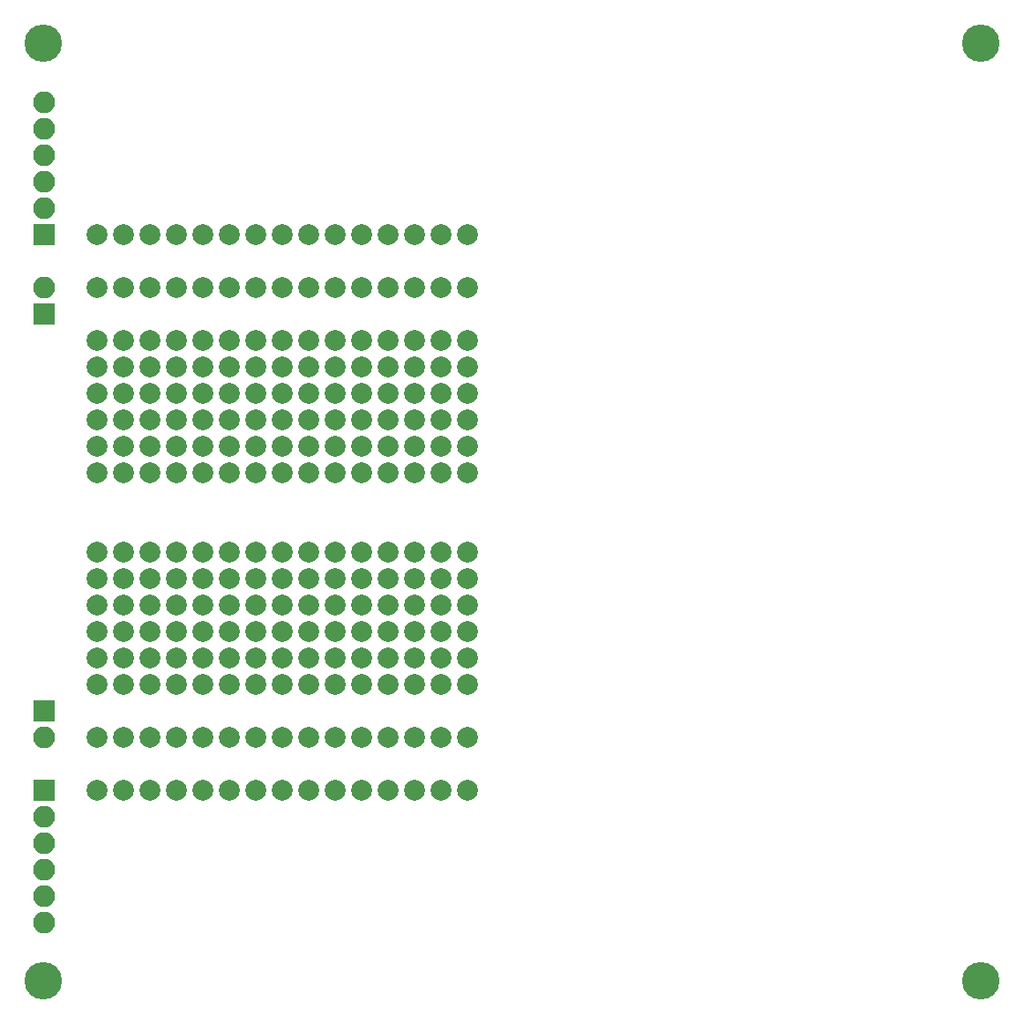
<source format=gbr>
G04 #@! TF.FileFunction,Soldermask,Bot*
%FSLAX45Y45*%
G04 Gerber Fmt 4.5, Leading zero omitted, Abs format (unit mm)*
G04 Created by KiCad (PCBNEW 4.0.2-stable) date 2017/02/23 16:32:30*
%MOMM*%
G01*
G04 APERTURE LIST*
%ADD10C,0.200000*%
%ADD11C,3.600000*%
%ADD12R,2.100000X2.100000*%
%ADD13O,2.100000X2.100000*%
%ADD14C,2.000000*%
G04 APERTURE END LIST*
D10*
D11*
X10500000Y-5500000D03*
X19500000Y-5500000D03*
X19500000Y-14500000D03*
X10500000Y-14500000D03*
D12*
X10508000Y-7333000D03*
D13*
X10508000Y-7079000D03*
X10508000Y-6825000D03*
X10508000Y-6571000D03*
X10508000Y-6317000D03*
X10508000Y-6063000D03*
D12*
X10508000Y-8095000D03*
D13*
X10508000Y-7841000D03*
D12*
X10508000Y-11905000D03*
D13*
X10508000Y-12159000D03*
D12*
X10508000Y-12667000D03*
D13*
X10508000Y-12921000D03*
X10508000Y-13175000D03*
X10508000Y-13429000D03*
X10508000Y-13683000D03*
X10508000Y-13937000D03*
D14*
X11016000Y-9619000D03*
X11016000Y-9365000D03*
X11016000Y-9111000D03*
X11016000Y-8857000D03*
X11016000Y-8603000D03*
X11016000Y-8349000D03*
X11016000Y-11651000D03*
X11016000Y-11397000D03*
X11016000Y-11143000D03*
X11016000Y-10889000D03*
X11016000Y-10635000D03*
X11016000Y-10381000D03*
X11016000Y-7333000D03*
X11016000Y-7841000D03*
X11016000Y-12667000D03*
X11016000Y-12159000D03*
X11270000Y-9619000D03*
X11270000Y-9365000D03*
X11270000Y-9111000D03*
X11270000Y-8857000D03*
X11270000Y-8603000D03*
X11270000Y-8349000D03*
X11270000Y-11651000D03*
X11270000Y-11397000D03*
X11270000Y-11143000D03*
X11270000Y-10889000D03*
X11270000Y-10635000D03*
X11270000Y-10381000D03*
X11270000Y-7333000D03*
X11270000Y-7841000D03*
X11270000Y-12667000D03*
X11270000Y-12159000D03*
X11524000Y-9619000D03*
X11524000Y-9365000D03*
X11524000Y-9111000D03*
X11524000Y-8857000D03*
X11524000Y-8603000D03*
X11524000Y-8349000D03*
X11524000Y-11651000D03*
X11524000Y-11397000D03*
X11524000Y-11143000D03*
X11524000Y-10889000D03*
X11524000Y-10635000D03*
X11524000Y-10381000D03*
X11524000Y-7333000D03*
X11524000Y-7841000D03*
X11524000Y-12667000D03*
X11524000Y-12159000D03*
X11778000Y-9619000D03*
X11778000Y-9365000D03*
X11778000Y-9111000D03*
X11778000Y-8857000D03*
X11778000Y-8603000D03*
X11778000Y-8349000D03*
X11778000Y-11651000D03*
X11778000Y-11397000D03*
X11778000Y-11143000D03*
X11778000Y-10889000D03*
X11778000Y-10635000D03*
X11778000Y-10381000D03*
X11778000Y-7333000D03*
X11778000Y-7841000D03*
X11778000Y-12667000D03*
X11778000Y-12159000D03*
X12032000Y-9619000D03*
X12032000Y-9365000D03*
X12032000Y-9111000D03*
X12032000Y-8857000D03*
X12032000Y-8603000D03*
X12032000Y-8349000D03*
X12032000Y-11651000D03*
X12032000Y-11397000D03*
X12032000Y-11143000D03*
X12032000Y-10889000D03*
X12032000Y-10635000D03*
X12032000Y-10381000D03*
X12032000Y-7333000D03*
X12032000Y-7841000D03*
X12032000Y-12667000D03*
X12032000Y-12159000D03*
X12286000Y-9619000D03*
X12286000Y-9365000D03*
X12286000Y-9111000D03*
X12286000Y-8857000D03*
X12286000Y-8603000D03*
X12286000Y-8349000D03*
X12286000Y-11651000D03*
X12286000Y-11397000D03*
X12286000Y-11143000D03*
X12286000Y-10889000D03*
X12286000Y-10635000D03*
X12286000Y-10381000D03*
X12286000Y-7333000D03*
X12286000Y-7841000D03*
X12286000Y-12667000D03*
X12286000Y-12159000D03*
X12540000Y-9619000D03*
X12540000Y-9365000D03*
X12540000Y-9111000D03*
X12540000Y-8857000D03*
X12540000Y-8603000D03*
X12540000Y-8349000D03*
X12540000Y-11651000D03*
X12540000Y-11397000D03*
X12540000Y-11143000D03*
X12540000Y-10889000D03*
X12540000Y-10635000D03*
X12540000Y-10381000D03*
X12540000Y-7333000D03*
X12540000Y-7841000D03*
X12540000Y-12667000D03*
X12540000Y-12159000D03*
X12794000Y-9619000D03*
X12794000Y-9365000D03*
X12794000Y-9111000D03*
X12794000Y-8857000D03*
X12794000Y-8603000D03*
X12794000Y-8349000D03*
X12794000Y-11651000D03*
X12794000Y-11397000D03*
X12794000Y-11143000D03*
X12794000Y-10889000D03*
X12794000Y-10635000D03*
X12794000Y-10381000D03*
X12794000Y-7333000D03*
X12794000Y-7841000D03*
X12794000Y-12667000D03*
X12794000Y-12159000D03*
X13048000Y-9619000D03*
X13048000Y-9365000D03*
X13048000Y-9111000D03*
X13048000Y-8857000D03*
X13048000Y-8603000D03*
X13048000Y-8349000D03*
X13048000Y-11651000D03*
X13048000Y-11397000D03*
X13048000Y-11143000D03*
X13048000Y-10889000D03*
X13048000Y-10635000D03*
X13048000Y-10381000D03*
X13048000Y-7333000D03*
X13048000Y-7841000D03*
X13048000Y-12667000D03*
X13048000Y-12159000D03*
X13302000Y-9619000D03*
X13302000Y-9365000D03*
X13302000Y-9111000D03*
X13302000Y-8857000D03*
X13302000Y-8603000D03*
X13302000Y-8349000D03*
X13302000Y-11651000D03*
X13302000Y-11397000D03*
X13302000Y-11143000D03*
X13302000Y-10889000D03*
X13302000Y-10635000D03*
X13302000Y-10381000D03*
X13302000Y-7333000D03*
X13302000Y-7841000D03*
X13302000Y-12667000D03*
X13302000Y-12159000D03*
X13556000Y-9619000D03*
X13556000Y-9365000D03*
X13556000Y-9111000D03*
X13556000Y-8857000D03*
X13556000Y-8603000D03*
X13556000Y-8349000D03*
X13556000Y-11651000D03*
X13556000Y-11397000D03*
X13556000Y-11143000D03*
X13556000Y-10889000D03*
X13556000Y-10635000D03*
X13556000Y-10381000D03*
X13556000Y-7333000D03*
X13556000Y-7841000D03*
X13556000Y-12667000D03*
X13556000Y-12159000D03*
X13810000Y-9619000D03*
X13810000Y-9365000D03*
X13810000Y-9111000D03*
X13810000Y-8857000D03*
X13810000Y-8603000D03*
X13810000Y-8349000D03*
X13810000Y-11651000D03*
X13810000Y-11397000D03*
X13810000Y-11143000D03*
X13810000Y-10889000D03*
X13810000Y-10635000D03*
X13810000Y-10381000D03*
X13810000Y-7333000D03*
X13810000Y-7841000D03*
X13810000Y-12667000D03*
X13810000Y-12159000D03*
X14064000Y-9619000D03*
X14064000Y-9365000D03*
X14064000Y-9111000D03*
X14064000Y-8857000D03*
X14064000Y-8603000D03*
X14064000Y-8349000D03*
X14064000Y-11651000D03*
X14064000Y-11397000D03*
X14064000Y-11143000D03*
X14064000Y-10889000D03*
X14064000Y-10635000D03*
X14064000Y-10381000D03*
X14064000Y-7333000D03*
X14064000Y-7841000D03*
X14064000Y-12667000D03*
X14064000Y-12159000D03*
X14318000Y-9619000D03*
X14318000Y-9365000D03*
X14318000Y-9111000D03*
X14318000Y-8857000D03*
X14318000Y-8603000D03*
X14318000Y-8349000D03*
X14318000Y-11651000D03*
X14318000Y-11397000D03*
X14318000Y-11143000D03*
X14318000Y-10889000D03*
X14318000Y-10635000D03*
X14318000Y-10381000D03*
X14318000Y-7333000D03*
X14318000Y-7841000D03*
X14318000Y-12667000D03*
X14318000Y-12159000D03*
X14572000Y-9619000D03*
X14572000Y-9365000D03*
X14572000Y-9111000D03*
X14572000Y-8857000D03*
X14572000Y-8603000D03*
X14572000Y-8349000D03*
X14572000Y-11651000D03*
X14572000Y-11397000D03*
X14572000Y-11143000D03*
X14572000Y-10889000D03*
X14572000Y-10635000D03*
X14572000Y-10381000D03*
X14572000Y-7333000D03*
X14572000Y-7841000D03*
X14572000Y-12667000D03*
X14572000Y-12159000D03*
M02*

</source>
